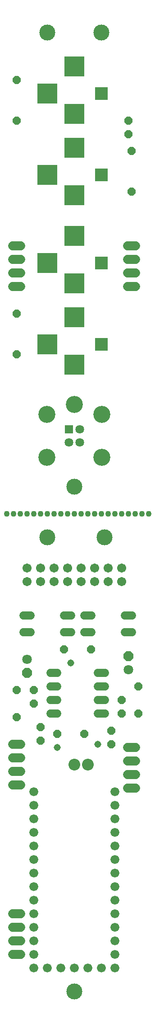
<source format=gts>
G75*
%MOIN*%
%OFA0B0*%
%FSLAX25Y25*%
%IPPOS*%
%LPD*%
%AMOC8*
5,1,8,0,0,1.08239X$1,22.5*
%
%ADD10C,0.04343*%
%ADD11C,0.11824*%
%ADD12R,0.09800X0.09800*%
%ADD13R,0.14800X0.14800*%
%ADD14OC8,0.06000*%
%ADD15C,0.06800*%
%ADD16C,0.06737*%
%ADD17OC8,0.07100*%
%ADD18C,0.07100*%
%ADD19C,0.06000*%
%ADD20C,0.06600*%
%ADD21C,0.12611*%
%ADD22C,0.06422*%
%ADD23R,0.06422X0.06422*%
%ADD24C,0.08674*%
%ADD25C,0.05156*%
D10*
X0016800Y0381800D03*
X0021800Y0381800D03*
X0026800Y0381800D03*
X0031800Y0381800D03*
X0036800Y0381800D03*
X0041800Y0381800D03*
X0046800Y0381800D03*
X0051800Y0381800D03*
X0056800Y0381800D03*
X0061800Y0381800D03*
X0066800Y0381800D03*
X0071800Y0381800D03*
X0076800Y0381800D03*
X0081800Y0381800D03*
X0086800Y0381800D03*
X0091800Y0381800D03*
X0096800Y0381800D03*
X0101800Y0381800D03*
X0106800Y0381800D03*
X0111800Y0381800D03*
X0116800Y0381800D03*
X0121800Y0381800D03*
D11*
X0089300Y0364300D03*
X0066800Y0401800D03*
X0046800Y0364300D03*
X0066800Y0029300D03*
X0046800Y0736800D03*
X0086800Y0736800D03*
D12*
X0086800Y0691800D03*
X0086800Y0631800D03*
X0086800Y0566800D03*
X0086800Y0506800D03*
D13*
X0066800Y0491800D03*
X0066800Y0526800D03*
X0066800Y0551800D03*
X0066800Y0586800D03*
X0066800Y0616800D03*
X0066800Y0651800D03*
X0066800Y0676800D03*
X0066800Y0711800D03*
X0046800Y0691800D03*
X0046800Y0631800D03*
X0046800Y0566800D03*
X0046800Y0506800D03*
D14*
X0024300Y0499300D03*
X0024300Y0529300D03*
X0024300Y0671800D03*
X0024300Y0701800D03*
X0059300Y0281800D03*
X0054300Y0219300D03*
X0041800Y0214300D03*
X0041800Y0224300D03*
X0036800Y0241800D03*
X0036800Y0251800D03*
X0024300Y0251800D03*
X0024300Y0231800D03*
X0074300Y0219300D03*
X0079300Y0281800D03*
X0094300Y0221800D03*
X0094300Y0211800D03*
X0101800Y0234300D03*
X0101800Y0244300D03*
X0114300Y0234300D03*
X0114300Y0254300D03*
X0109300Y0619300D03*
X0109300Y0649300D03*
X0106800Y0661800D03*
X0106800Y0671800D03*
D15*
X0027300Y0056800D02*
X0021300Y0056800D01*
X0021300Y0066800D02*
X0027300Y0066800D01*
X0027300Y0076800D02*
X0021300Y0076800D01*
X0021300Y0086800D02*
X0027300Y0086800D01*
X0027300Y0181800D02*
X0021300Y0181800D01*
X0021300Y0191800D02*
X0027300Y0191800D01*
X0027300Y0201800D02*
X0021300Y0201800D01*
X0021300Y0211800D02*
X0027300Y0211800D01*
X0027300Y0549300D02*
X0021300Y0549300D01*
X0021300Y0559300D02*
X0027300Y0559300D01*
X0027300Y0569300D02*
X0021300Y0569300D01*
X0021300Y0579300D02*
X0027300Y0579300D01*
X0106300Y0579300D02*
X0112300Y0579300D01*
X0112300Y0569300D02*
X0106300Y0569300D01*
X0106300Y0559300D02*
X0112300Y0559300D01*
X0112300Y0549300D02*
X0106300Y0549300D01*
X0106300Y0209300D02*
X0112300Y0209300D01*
X0112300Y0199300D02*
X0106300Y0199300D01*
X0106300Y0189300D02*
X0112300Y0189300D01*
X0112300Y0179300D02*
X0106300Y0179300D01*
D16*
X0101800Y0331800D03*
X0101800Y0341800D03*
X0091800Y0341800D03*
X0091800Y0331800D03*
X0081800Y0331800D03*
X0081800Y0341800D03*
X0071800Y0341800D03*
X0071800Y0331800D03*
X0061800Y0331800D03*
X0061800Y0341800D03*
X0051800Y0341800D03*
X0051800Y0331800D03*
X0041800Y0331800D03*
X0041800Y0341800D03*
X0031800Y0341800D03*
X0031800Y0331800D03*
D17*
X0031800Y0264300D03*
X0106800Y0276800D03*
D18*
X0106800Y0266800D03*
X0031800Y0274300D03*
D19*
X0029200Y0294300D02*
X0034400Y0294300D01*
X0034400Y0306800D02*
X0029200Y0306800D01*
X0049100Y0264300D02*
X0054300Y0264300D01*
X0054300Y0254300D02*
X0049100Y0254300D01*
X0049100Y0244300D02*
X0054300Y0244300D01*
X0054300Y0234300D02*
X0049100Y0234300D01*
X0059200Y0294300D02*
X0064400Y0294300D01*
X0064400Y0306800D02*
X0059200Y0306800D01*
X0074200Y0306800D02*
X0079400Y0306800D01*
X0079400Y0294300D02*
X0074200Y0294300D01*
X0084300Y0264300D02*
X0089500Y0264300D01*
X0089500Y0254300D02*
X0084300Y0254300D01*
X0084300Y0244300D02*
X0089500Y0244300D01*
X0089500Y0234300D02*
X0084300Y0234300D01*
X0104200Y0294300D02*
X0109400Y0294300D01*
X0109400Y0306800D02*
X0104200Y0306800D01*
D20*
X0096800Y0176800D03*
X0096800Y0166800D03*
X0096800Y0156800D03*
X0096800Y0146800D03*
X0096800Y0136800D03*
X0096800Y0126800D03*
X0096800Y0116800D03*
X0096800Y0106800D03*
X0096800Y0096800D03*
X0096800Y0086800D03*
X0096800Y0076800D03*
X0096800Y0066800D03*
X0096800Y0056800D03*
X0096800Y0046800D03*
X0086800Y0046800D03*
X0076800Y0046800D03*
X0066800Y0046800D03*
X0056800Y0046800D03*
X0046800Y0046800D03*
X0036800Y0046800D03*
X0036800Y0056800D03*
X0036800Y0066800D03*
X0036800Y0076800D03*
X0036800Y0086800D03*
X0036800Y0096800D03*
X0036800Y0106800D03*
X0036800Y0116800D03*
X0036800Y0126800D03*
X0036800Y0136800D03*
X0036800Y0146800D03*
X0036800Y0156800D03*
X0036800Y0166800D03*
X0036800Y0176800D03*
D21*
X0046524Y0423552D03*
X0046524Y0455048D03*
X0066800Y0462331D03*
X0087076Y0455048D03*
X0087076Y0423552D03*
D22*
X0070737Y0434379D03*
X0070737Y0444221D03*
X0062863Y0434379D03*
D23*
X0062863Y0444221D03*
D24*
X0066800Y0196800D03*
X0076800Y0196800D03*
D25*
X0084300Y0211800D03*
X0064300Y0271800D03*
X0054300Y0209300D03*
M02*

</source>
